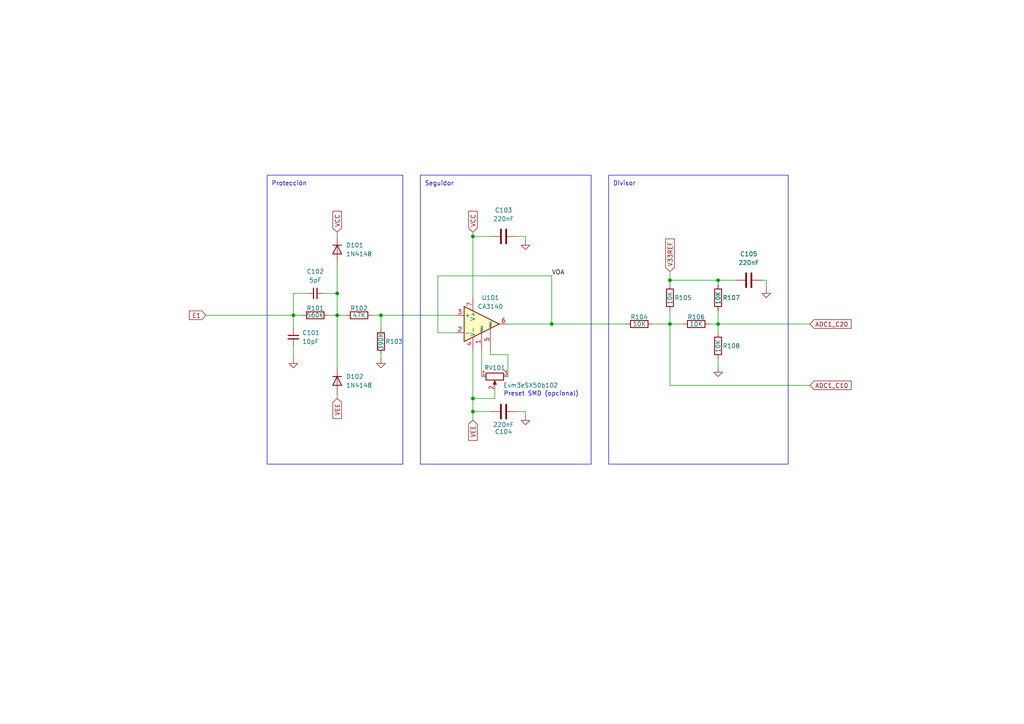
<source format=kicad_sch>
(kicad_sch (version 20231120) (generator "eeschema") (generator_version "8.0")
  (paper "A4")
  (title_block (title "Entrada 1 (ISPEL Beta)") (date "2025-04-04") (rev "1") (company "UNDAV"))
  (lib_symbols
    (symbol "Amplifier_Operational:TL071" (pin_names (offset 0.127))
      (property "Reference" "U" (at 0 6.35 0))
      (property "Value" "TL071" (at 0 3.81 0))
      (symbol "TL071_0_1"
        (polyline (pts (xy -5.08 5.08) (xy 5.08 0) (xy -5.08 -5.08) (xy -5.08 5.08)) (stroke (width 0.254)) (fill (type background)))
      )
      (symbol "TL071_1_1"
        (pin input line (at 0 -7.62 90) (length 5.08) (name "NULL") (number "1"))
        (pin input line (at -7.62 -2.54 0) (length 2.54) (name "-") (number "2"))
        (pin input line (at -7.62 2.54 0) (length 2.54) (name "+") (number "3"))
        (pin power_in line (at -2.54 -7.62 90) (length 3.81) (name "V-") (number "4"))
        (pin input line (at 2.54 -7.62 90) (length 6.35) (name "NULL") (number "5"))
        (pin output line (at 7.62 0 180) (length 2.54) (name "~") (number "6"))
        (pin power_in line (at -2.54 7.62 270) (length 3.81) (name "V+") (number "7"))
        (pin no_connect line (at 0 2.54 270) (length 2.54) hide (name "NC") (number "8"))
      )
    )
    (symbol "Device:C" (pin_numbers hide) (pin_names (offset 0.254))
      (property "Reference" "C" (at 0.635 2.54 0))
      (property "Value" "C" (at 0.635 -2.54 0))
      (symbol "C_0_1"
        (polyline (pts (xy -2.032 -0.762) (xy 2.032 -0.762)) (stroke (width 0.508)))
        (polyline (pts (xy -2.032 0.762) (xy 2.032 0.762)) (stroke (width 0.508)))
      )
      (symbol "C_1_1"
        (pin passive line (at 0 3.81 270) (length 2.794) (name "~") (number "1"))
        (pin passive line (at 0 -3.81 90) (length 2.794) (name "~") (number "2"))
      )
    )
    (symbol "Device:C_Small" (pin_numbers hide) (pin_names (offset 0.254) hide)
      (property "Reference" "C" (at 0.254 1.778 0))
      (property "Value" "C_Small" (at 0.254 -2.032 0))
      (symbol "C_Small_0_1"
        (polyline (pts (xy -1.524 -0.508) (xy 1.524 -0.508)) (stroke (width 0.3302)))
        (polyline (pts (xy -1.524 0.508) (xy 1.524 0.508)) (stroke (width 0.3048)))
      )
      (symbol "C_Small_1_1"
        (pin passive line (at 0 2.54 270) (length 2.032) (name "~") (number "1"))
        (pin passive line (at 0 -2.54 90) (length 2.032) (name "~") (number "2"))
      )
    )
    (symbol "Device:R" (pin_numbers hide) (pin_names (offset 0))
      (property "Reference" "R" (at 2.032 0 90))
      (property "Value" "R" (at 0 0 90))
      (symbol "R_0_1"
        (rectangle (start -1.016 -2.54) (end 1.016 2.54) (stroke (width 0.254)))
      )
      (symbol "R_1_1"
        (pin passive line (at 0 3.81 270) (length 1.27) (name "~") (number "1"))
        (pin passive line (at 0 -3.81 90) (length 1.27) (name "~") (number "2"))
      )
    )
    (symbol "Device:R_Potentiometer" (pin_names (offset 1.016) hide)
      (property "Reference" "RV" (at -4.445 0 90))
      (property "Value" "R_Potentiometer" (at -2.54 0 90))
      (symbol "R_Potentiometer_0_1"
        (polyline (pts (xy 2.54 0) (xy 1.524 0)))
        (polyline (pts (xy 1.143 0) (xy 2.286 0.508) (xy 2.286 -0.508) (xy 1.143 0)) (fill (type outline)))
        (rectangle (start 1.016 2.54) (end -1.016 -2.54) (stroke (width 0.254)))
      )
      (symbol "R_Potentiometer_1_1"
        (pin passive line (at 0 3.81 270) (length 1.27) (name "1") (number "1"))
        (pin passive line (at 3.81 0 180) (length 1.27) (name "2") (number "2"))
        (pin passive line (at 0 -3.81 90) (length 1.27) (name "3") (number "3"))
      )
    )
    (symbol "Diode:1N4448" (pin_numbers hide) (pin_names hide)
      (property "Reference" "D" (at 0 2.54 0))
      (property "Value" "1N4448" (at 0 -2.54 0))
      (symbol "1N4448_0_1"
        (polyline (pts (xy -1.27 1.27) (xy -1.27 -1.27)) (stroke (width 0.254)))
        (polyline (pts (xy 1.27 0) (xy -1.27 0)))
        (polyline (pts (xy 1.27 1.27) (xy 1.27 -1.27) (xy -1.27 0) (xy 1.27 1.27)) (stroke (width 0.254)))
      )
      (symbol "1N4448_1_1"
        (pin passive line (at -3.81 0 0) (length 2.54) (name "K") (number "1"))
        (pin passive line (at 3.81 0 180) (length 2.54) (name "A") (number "2"))
      )
    )
    (symbol "power:GND" (power) (pin_numbers hide) (pin_names (offset 0) hide)
      (property "Value" "GND" (at 0 -3.81 0))
      (symbol "GND_0_1"
        (polyline (pts (xy 0 0) (xy 0 -1.27) (xy 1.27 -1.27) (xy 0 -2.54) (xy -1.27 -1.27) (xy 0 -1.27)))
      )
      (symbol "GND_1_1"
        (pin power_in line (at 0 0 270) (length 0) (name "~") (number "1"))
      )
    )
  )
  (junction (at 208.28 93.98))
  (junction (at 110.49 91.44))
  (junction (at 97.79 85.09))
  (junction (at 137.16 115.57))
  (junction (at 137.16 119.38))
  (junction (at 137.16 68.58))
  (junction (at 194.31 81.28))
  (junction (at 160.02 93.98))
  (junction (at 208.28 81.28))
  (junction (at 85.09 91.44))
  (junction (at 194.31 93.98))
  (junction (at 97.79 91.44))
  (wire (pts (xy 222.25 83.82) (xy 222.25 81.28)))
  (wire (pts (xy 97.79 114.3) (xy 97.79 115.57)))
  (wire (pts (xy 137.16 68.58) (xy 142.24 68.58)))
  (wire (pts (xy 222.25 81.28) (xy 220.98 81.28)))
  (wire (pts (xy 194.31 111.76) (xy 194.31 93.98)))
  (wire (pts (xy 142.24 102.87) (xy 142.24 101.6)))
  (wire (pts (xy 85.09 100.33) (xy 85.09 104.14)))
  (wire (pts (xy 97.79 91.44) (xy 100.33 91.44)))
  (wire (pts (xy 208.28 81.28) (xy 213.36 81.28)))
  (wire (pts (xy 110.49 91.44) (xy 132.08 91.44)))
  (wire (pts (xy 97.79 91.44) (xy 97.79 106.68)))
  (wire (pts (xy 152.4 69.85) (xy 152.4 68.58)))
  (wire (pts (xy 194.31 81.28) (xy 208.28 81.28)))
  (wire (pts (xy 194.31 78.74) (xy 194.31 81.28)))
  (wire (pts (xy 194.31 81.28) (xy 194.31 82.55)))
  (wire (pts (xy 132.08 96.52) (xy 127 96.52)))
  (wire (pts (xy 127 96.52) (xy 127 80.01)))
  (wire (pts (xy 208.28 93.98) (xy 205.74 93.98)))
  (wire (pts (xy 137.16 115.57) (xy 137.16 119.38)))
  (wire (pts (xy 137.16 101.6) (xy 137.16 115.57)))
  (wire (pts (xy 110.49 91.44) (xy 107.95 91.44)))
  (wire (pts (xy 85.09 91.44) (xy 85.09 95.25)))
  (wire (pts (xy 139.7 101.6) (xy 139.7 109.22)))
  (wire (pts (xy 208.28 82.55) (xy 208.28 81.28)))
  (wire (pts (xy 85.09 85.09) (xy 88.9 85.09)))
  (wire (pts (xy 194.31 93.98) (xy 198.12 93.98)))
  (wire (pts (xy 194.31 90.17) (xy 194.31 93.98)))
  (wire (pts (xy 110.49 102.87) (xy 110.49 104.14)))
  (wire (pts (xy 149.86 68.58) (xy 152.4 68.58)))
  (wire (pts (xy 208.28 90.17) (xy 208.28 93.98)))
  (wire (pts (xy 142.24 102.87) (xy 147.32 102.87)))
  (wire (pts (xy 85.09 85.09) (xy 85.09 91.44)))
  (wire (pts (xy 142.24 119.38) (xy 137.16 119.38)))
  (wire (pts (xy 97.79 91.44) (xy 97.79 85.09)))
  (wire (pts (xy 93.98 85.09) (xy 97.79 85.09)))
  (wire (pts (xy 137.16 68.58) (xy 137.16 86.36)))
  (wire (pts (xy 137.16 119.38) (xy 137.16 121.92)))
  (wire (pts (xy 85.09 91.44) (xy 87.63 91.44)))
  (wire (pts (xy 137.16 115.57) (xy 143.51 115.57)))
  (wire (pts (xy 208.28 93.98) (xy 208.28 96.52)))
  (wire (pts (xy 97.79 68.58) (xy 97.79 67.31)))
  (wire (pts (xy 95.25 91.44) (xy 97.79 91.44)))
  (wire (pts (xy 194.31 93.98) (xy 189.23 93.98)))
  (wire (pts (xy 97.79 76.2) (xy 97.79 85.09)))
  (wire (pts (xy 208.28 104.14) (xy 208.28 106.68)))
  (wire (pts (xy 160.02 80.01) (xy 160.02 93.98)))
  (wire (pts (xy 127 80.01) (xy 160.02 80.01)))
  (wire (pts (xy 143.51 113.03) (xy 143.51 115.57)))
  (wire (pts (xy 160.02 93.98) (xy 181.61 93.98)))
  (wire (pts (xy 59.69 91.44) (xy 85.09 91.44)))
  (wire (pts (xy 147.32 93.98) (xy 160.02 93.98)))
  (wire (pts (xy 152.4 120.65) (xy 152.4 119.38)))
  (wire (pts (xy 137.16 67.31) (xy 137.16 68.58)))
  (wire (pts (xy 147.32 109.22) (xy 147.32 102.87)))
  (wire (pts (xy 110.49 91.44) (xy 110.49 95.25)))
  (wire (pts (xy 149.86 119.38) (xy 152.4 119.38)))
  (wire (pts (xy 194.31 111.76) (xy 234.95 111.76)))
  (wire (pts (xy 208.28 93.98) (xy 234.95 93.98)))
  (rectangle (start 176.53 50.8) (end 228.6 134.62))
  (rectangle (start 121.92 50.8) (end 171.45 134.62))
  (rectangle (start 77.47 50.8) (end 116.84 134.62))
  (text "Preset SMD (opcional)" (at 146.05 114.3 0) (effects (font (size 1.27 1.27)) (justify left)))
  (text "Protección" (at 78.74 53.34 0) (effects (font (size 1.27 1.27)) (justify left)))
  (text "Divisor" (at 177.8 53.34 0) (effects (font (size 1.27 1.27)) (justify left)))
  (text "Seguidor" (at 123.19 53.34 0) (effects (font (size 1.27 1.27)) (justify left)))
  (label "VOA" (at 160.02 80.01 0))
  (global_label "VEE" (shape input) (at 97.79 115.57 270) (property "Intersheetrefs" "${INTERSHEET_REFS}" (effects (hide yes))))
  (global_label "E1" (shape input) (at 59.69 91.44 180) (property "Intersheetrefs" "${INTERSHEET_REFS}" (effects (hide yes))))
  (global_label "V33REF" (shape input) (at 194.31 78.74 90) (property "Intersheetrefs" "${INTERSHEET_REFS}" (effects (hide yes))))
  (global_label "VEE" (shape input) (at 137.16 121.92 270) (property "Intersheetrefs" "${INTERSHEET_REFS}" (effects (hide yes))))
  (global_label "ADC1_C10" (shape input) (at 234.95 111.76 0) (property "Intersheetrefs" "${INTERSHEET_REFS}" (effects (hide yes))))
  (global_label "VCC" (shape input) (at 137.16 67.31 90) (property "Intersheetrefs" "${INTERSHEET_REFS}" (effects (hide yes))))
  (global_label "ADC1_C20" (shape input) (at 234.95 93.98 0) (property "Intersheetrefs" "${INTERSHEET_REFS}" (effects (hide yes))))
  (global_label "VCC" (shape input) (at 97.79 67.31 90) (property "Intersheetrefs" "${INTERSHEET_REFS}" (effects (hide yes))))
  (symbol (lib_id "Device:R") (at 91.44 91.44 90) (unit 1)
    (property "Reference" "R101" (at 91.44 89.408 90))
    (property "Value" "560K" (at 91.44 91.44 90))
    (property "Footprint" "Resistor_SMD:R_1206_3216Metric_Pad1.30x1.75mm_HandSolder" (effects (hide yes)))
    (property "Description" "Resistor" (effects (hide yes)))
  )
  (symbol (lib_id "Device:R_Potentiometer") (at 143.51 109.22 90) (mirror x) (unit 1)
    (property "Reference" "RV101" (at 143.51 106.68 90))
    (property "Value" "Evm3eSX50b102" (at 153.924 111.76 90))
    (property "Footprint" "Libreria_ISPEL:3E-SX50" (effects (hide yes)))
    (property "Datasheet" "https://github.com/gcapora/ISPEL-CAD/blob/main/Info/Hojas%20de%20datos/Resistencias/EVM-3RSX50B54.PDF" (effects (hide yes)))
    (property "Description" "Potentiometer" (effects (hide yes)))
  )
  (symbol (lib_id "power:GND") (at 208.28 106.68 0) (unit 1)
    (property "Reference" "#PWR0107" (effects (hide yes)))
    (property "Value" "GND" (effects (hide yes)))
    (property "Description" "Power symbol creates a global label with name \"GND\" , ground" (effects (hide yes)))
  )
  (symbol (lib_id "Device:R") (at 208.28 100.33 0) (unit 1)
    (property "Reference" "R108" (at 209.55 100.33 0) (effects (justify left)))
    (property "Value" "10K" (at 208.28 102.362 90) (effects (justify left)))
    (property "Footprint" "Resistor_SMD:R_1206_3216Metric_Pad1.30x1.75mm_HandSolder" (effects (hide yes)))
    (property "Description" "Resistor" (effects (hide yes)))
  )
  (symbol (lib_id "Diode:1N4448") (at 97.79 110.49 270) (unit 1)
    (property "Reference" "D102" (at 100.33 109.2199 90) (effects (justify left)))
    (property "Value" "1N4148" (at 100.33 111.7599 90) (effects (justify left)))
    (property "Footprint" "Diode_SMD:D_MiniMELF_Handsoldering" (effects (hide yes)))
    (property "Datasheet" "https://assets.nexperia.com/documents/data-sheet/1N4148_1N4448.pdf" (effects (hide yes)))
    (property "Description" "100V 0.15A High-speed standard diode, DO-35" (effects (hide yes)))
    (property "Sim.Device" "D" (effects (hide yes)))
    (property "Sim.Pins" "1=K 2=A" (effects (hide yes)))
  )
  (symbol (lib_id "Diode:1N4448") (at 97.79 72.39 270) (unit 1)
    (property "Reference" "D101" (at 100.33 71.1199 90) (effects (justify left)))
    (property "Value" "1N4148" (at 100.33 73.6599 90) (effects (justify left)))
    (property "Footprint" "Diode_SMD:D_MiniMELF_Handsoldering" (effects (hide yes)))
    (property "Datasheet" "https://assets.nexperia.com/documents/data-sheet/1N4148_1N4448.pdf" (effects (hide yes)))
    (property "Description" "100V 0.15A High-speed standard diode, DO-35" (effects (hide yes)))
    (property "Sim.Device" "D" (effects (hide yes)))
    (property "Sim.Pins" "1=K 2=A" (effects (hide yes)))
  )
  (symbol (lib_id "Device:C") (at 217.17 81.28 90) (unit 1)
    (property "Reference" "C105" (at 217.17 73.66 90))
    (property "Value" "220nF" (at 217.17 76.2 90))
    (property "Footprint" "Capacitor_SMD:C_1206_3216Metric_Pad1.33x1.80mm_HandSolder" (effects (hide yes)))
    (property "Description" "Unpolarized capacitor" (effects (hide yes)))
  )
  (symbol (lib_id "Device:C") (at 146.05 119.38 90) (unit 1)
    (property "Reference" "C104" (at 146.05 125.222 90))
    (property "Value" "220nF" (at 146.05 123.19 90))
    (property "Footprint" "Capacitor_SMD:C_1206_3216Metric_Pad1.33x1.80mm_HandSolder" (effects (hide yes)))
    (property "Description" "Unpolarized capacitor" (effects (hide yes)))
  )
  (symbol (lib_id "Device:R") (at 194.31 86.36 0) (unit 1)
    (property "Reference" "R105" (at 195.58 86.36 0) (effects (justify left)))
    (property "Value" "10K" (at 194.31 88.392 90) (effects (justify left)))
    (property "Footprint" "Resistor_SMD:R_1206_3216Metric_Pad1.30x1.75mm_HandSolder" (effects (hide yes)))
    (property "Description" "Resistor" (effects (hide yes)))
  )
  (symbol (lib_id "Device:R") (at 104.14 91.44 90) (unit 1)
    (property "Reference" "R102" (at 104.14 89.408 90))
    (property "Value" "47K" (at 104.14 91.44 90))
    (property "Footprint" "Resistor_SMD:R_1206_3216Metric_Pad1.30x1.75mm_HandSolder" (effects (hide yes)))
    (property "Description" "Resistor" (effects (hide yes)))
  )
  (symbol (lib_id "power:GND") (at 152.4 120.65 0) (unit 1)
    (property "Reference" "#PWR0105" (effects (hide yes)))
    (property "Value" "GND" (effects (hide yes)))
    (property "Description" "Power symbol creates a global label with name \"GND\" , ground" (effects (hide yes)))
  )
  (symbol (lib_id "power:GND") (at 222.25 83.82 0) (unit 1)
    (property "Reference" "#PWR0108" (effects (hide yes)))
    (property "Value" "GND" (effects (hide yes)))
    (property "Description" "Power symbol creates a global label with name \"GND\" , ground" (effects (hide yes)))
  )
  (symbol (lib_id "power:GND") (at 152.4 69.85 0) (unit 1)
    (property "Reference" "#PWR0104" (effects (hide yes)))
    (property "Value" "GND" (effects (hide yes)))
    (property "Description" "Power symbol creates a global label with name \"GND\" , ground" (effects (hide yes)))
  )
  (symbol (lib_id "Device:C_Small") (at 85.09 97.79 0) (unit 1)
    (property "Reference" "C101" (at 87.63 96.5262 0) (effects (justify left)))
    (property "Value" "10pF" (at 87.63 99.0662 0) (effects (justify left)))
    (property "Footprint" "Capacitor_SMD:C_1206_3216Metric_Pad1.33x1.80mm_HandSolder" (effects (hide yes)))
    (property "Description" "Unpolarized capacitor, small symbol" (effects (hide yes)))
  )
  (symbol (lib_id "Device:R") (at 185.42 93.98 90) (unit 1)
    (property "Reference" "R104" (at 185.42 91.948 90))
    (property "Value" "10K" (at 185.42 93.98 90))
    (property "Footprint" "Resistor_SMD:R_1206_3216Metric_Pad1.30x1.75mm_HandSolder" (effects (hide yes)))
    (property "Description" "Resistor" (effects (hide yes)))
  )
  (symbol (lib_id "Amplifier_Operational:TL071") (at 139.7 93.98 0) (unit 1)
    (property "Reference" "U101" (at 142.24 86.36 0))
    (property "Value" "CA3140" (at 142.24 88.9 0))
    (property "Footprint" "Package_DIP:CERDIP-8_W7.62mm_SideBrazed_LongPads_Socket" (effects (hide yes)))
    (property "Datasheet" "https://www.renesas.com/en/document/dst/ca3140-ca3140a-datasheet?r=505296" (effects (hide yes)))
    (property "Description" "4.5MHz, BiMOS Operational Amplifier with MOSFET Input/Bipolar Output" (effects (hide yes)))
  )
  (symbol (lib_id "Device:R") (at 208.28 86.36 0) (unit 1)
    (property "Reference" "R107" (at 209.55 86.36 0) (effects (justify left)))
    (property "Value" "10K" (at 208.28 88.392 90) (effects (justify left)))
    (property "Footprint" "Resistor_SMD:R_1206_3216Metric_Pad1.30x1.75mm_HandSolder" (effects (hide yes)))
    (property "Description" "Resistor" (effects (hide yes)))
  )
  (symbol (lib_id "power:GND") (at 110.49 104.14 0) (unit 1)
    (property "Reference" "#PWR0102" (effects (hide yes)))
    (property "Value" "GND" (effects (hide yes)))
    (property "Description" "Power symbol creates a global label with name \"GND\" , ground" (effects (hide yes)))
  )
  (symbol (lib_id "power:GND") (at 85.09 104.14 0) (unit 1)
    (property "Reference" "#PWR0101" (effects (hide yes)))
    (property "Value" "GND" (effects (hide yes)))
    (property "Description" "Power symbol creates a global label with name \"GND\" , ground" (effects (hide yes)))
  )
  (symbol (lib_id "Device:R") (at 110.49 99.06 0) (unit 1)
    (property "Reference" "R103" (at 111.76 99.06 0) (effects (justify left)))
    (property "Value" "390K" (at 110.49 101.6 90) (effects (justify left)))
    (property "Footprint" "Resistor_SMD:R_1206_3216Metric_Pad1.30x1.75mm_HandSolder" (effects (hide yes)))
    (property "Description" "Resistor" (effects (hide yes)))
  )
  (symbol (lib_id "Device:R") (at 201.93 93.98 90) (unit 1)
    (property "Reference" "R106" (at 201.93 91.948 90))
    (property "Value" "10K" (at 201.93 93.98 90))
    (property "Footprint" "Resistor_SMD:R_1206_3216Metric_Pad1.30x1.75mm_HandSolder" (effects (hide yes)))
    (property "Description" "Resistor" (effects (hide yes)))
  )
  (symbol (lib_id "Device:C") (at 146.05 68.58 90) (unit 1)
    (property "Reference" "C103" (at 146.05 60.96 90))
    (property "Value" "220nF" (at 146.05 63.5 90))
    (property "Footprint" "Capacitor_SMD:C_1206_3216Metric_Pad1.33x1.80mm_HandSolder" (effects (hide yes)))
    (property "Description" "Unpolarized capacitor" (effects (hide yes)))
  )
  (symbol (lib_id "Device:C_Small") (at 91.44 85.09 90) (unit 1)
    (property "Reference" "C102" (at 91.4463 78.74 90))
    (property "Value" "5pF" (at 91.4463 81.28 90))
    (property "Footprint" "Capacitor_SMD:C_1206_3216Metric_Pad1.33x1.80mm_HandSolder" (effects (hide yes)))
    (property "Description" "Unpolarized capacitor, small symbol" (effects (hide yes)))
  )
)
</source>
